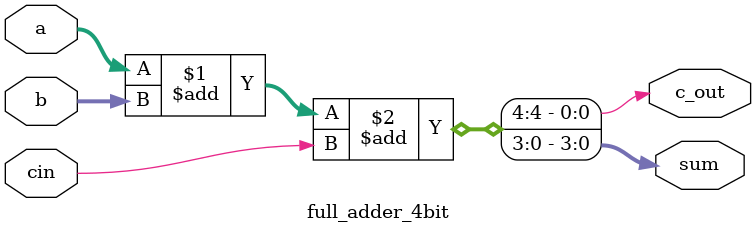
<source format=v>

module full_adder_4bit(input [3:0]a,b,input cin,output [3:0]sum,output c_out);

assign {c_out,sum}=a+b+cin;

endmodule

</source>
